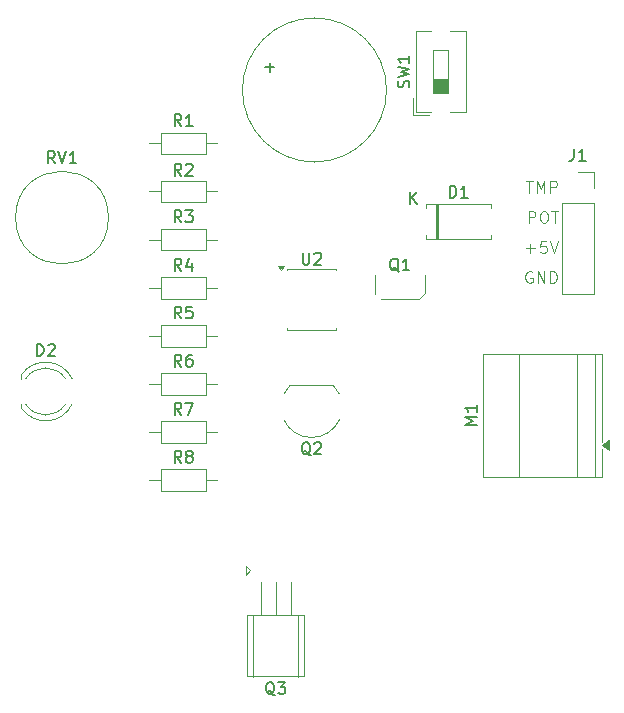
<source format=gbr>
%TF.GenerationSoftware,KiCad,Pcbnew,9.0.6*%
%TF.CreationDate,2025-12-24T19:30:20-05:00*%
%TF.ProjectId,tmp36 circuit,746d7033-3620-4636-9972-637569742e6b,rev?*%
%TF.SameCoordinates,Original*%
%TF.FileFunction,Legend,Top*%
%TF.FilePolarity,Positive*%
%FSLAX46Y46*%
G04 Gerber Fmt 4.6, Leading zero omitted, Abs format (unit mm)*
G04 Created by KiCad (PCBNEW 9.0.6) date 2025-12-24 19:30:20*
%MOMM*%
%LPD*%
G01*
G04 APERTURE LIST*
%ADD10C,0.100000*%
%ADD11C,0.150000*%
%ADD12C,0.120000*%
G04 APERTURE END LIST*
D10*
X168927693Y-86659538D02*
X168832455Y-86611919D01*
X168832455Y-86611919D02*
X168689598Y-86611919D01*
X168689598Y-86611919D02*
X168546741Y-86659538D01*
X168546741Y-86659538D02*
X168451503Y-86754776D01*
X168451503Y-86754776D02*
X168403884Y-86850014D01*
X168403884Y-86850014D02*
X168356265Y-87040490D01*
X168356265Y-87040490D02*
X168356265Y-87183347D01*
X168356265Y-87183347D02*
X168403884Y-87373823D01*
X168403884Y-87373823D02*
X168451503Y-87469061D01*
X168451503Y-87469061D02*
X168546741Y-87564300D01*
X168546741Y-87564300D02*
X168689598Y-87611919D01*
X168689598Y-87611919D02*
X168784836Y-87611919D01*
X168784836Y-87611919D02*
X168927693Y-87564300D01*
X168927693Y-87564300D02*
X168975312Y-87516680D01*
X168975312Y-87516680D02*
X168975312Y-87183347D01*
X168975312Y-87183347D02*
X168784836Y-87183347D01*
X169403884Y-87611919D02*
X169403884Y-86611919D01*
X169403884Y-86611919D02*
X169975312Y-87611919D01*
X169975312Y-87611919D02*
X169975312Y-86611919D01*
X170451503Y-87611919D02*
X170451503Y-86611919D01*
X170451503Y-86611919D02*
X170689598Y-86611919D01*
X170689598Y-86611919D02*
X170832455Y-86659538D01*
X170832455Y-86659538D02*
X170927693Y-86754776D01*
X170927693Y-86754776D02*
X170975312Y-86850014D01*
X170975312Y-86850014D02*
X171022931Y-87040490D01*
X171022931Y-87040490D02*
X171022931Y-87183347D01*
X171022931Y-87183347D02*
X170975312Y-87373823D01*
X170975312Y-87373823D02*
X170927693Y-87469061D01*
X170927693Y-87469061D02*
X170832455Y-87564300D01*
X170832455Y-87564300D02*
X170689598Y-87611919D01*
X170689598Y-87611919D02*
X170451503Y-87611919D01*
X168641979Y-82518919D02*
X168641979Y-81518919D01*
X168641979Y-81518919D02*
X169022931Y-81518919D01*
X169022931Y-81518919D02*
X169118169Y-81566538D01*
X169118169Y-81566538D02*
X169165788Y-81614157D01*
X169165788Y-81614157D02*
X169213407Y-81709395D01*
X169213407Y-81709395D02*
X169213407Y-81852252D01*
X169213407Y-81852252D02*
X169165788Y-81947490D01*
X169165788Y-81947490D02*
X169118169Y-81995109D01*
X169118169Y-81995109D02*
X169022931Y-82042728D01*
X169022931Y-82042728D02*
X168641979Y-82042728D01*
X169832455Y-81518919D02*
X170022931Y-81518919D01*
X170022931Y-81518919D02*
X170118169Y-81566538D01*
X170118169Y-81566538D02*
X170213407Y-81661776D01*
X170213407Y-81661776D02*
X170261026Y-81852252D01*
X170261026Y-81852252D02*
X170261026Y-82185585D01*
X170261026Y-82185585D02*
X170213407Y-82376061D01*
X170213407Y-82376061D02*
X170118169Y-82471300D01*
X170118169Y-82471300D02*
X170022931Y-82518919D01*
X170022931Y-82518919D02*
X169832455Y-82518919D01*
X169832455Y-82518919D02*
X169737217Y-82471300D01*
X169737217Y-82471300D02*
X169641979Y-82376061D01*
X169641979Y-82376061D02*
X169594360Y-82185585D01*
X169594360Y-82185585D02*
X169594360Y-81852252D01*
X169594360Y-81852252D02*
X169641979Y-81661776D01*
X169641979Y-81661776D02*
X169737217Y-81566538D01*
X169737217Y-81566538D02*
X169832455Y-81518919D01*
X170546741Y-81518919D02*
X171118169Y-81518919D01*
X170832455Y-82518919D02*
X170832455Y-81518919D01*
X168403884Y-78972419D02*
X168975312Y-78972419D01*
X168689598Y-79972419D02*
X168689598Y-78972419D01*
X169308646Y-79972419D02*
X169308646Y-78972419D01*
X169308646Y-78972419D02*
X169641979Y-79686704D01*
X169641979Y-79686704D02*
X169975312Y-78972419D01*
X169975312Y-78972419D02*
X169975312Y-79972419D01*
X170451503Y-79972419D02*
X170451503Y-78972419D01*
X170451503Y-78972419D02*
X170832455Y-78972419D01*
X170832455Y-78972419D02*
X170927693Y-79020038D01*
X170927693Y-79020038D02*
X170975312Y-79067657D01*
X170975312Y-79067657D02*
X171022931Y-79162895D01*
X171022931Y-79162895D02*
X171022931Y-79305752D01*
X171022931Y-79305752D02*
X170975312Y-79400990D01*
X170975312Y-79400990D02*
X170927693Y-79448609D01*
X170927693Y-79448609D02*
X170832455Y-79496228D01*
X170832455Y-79496228D02*
X170451503Y-79496228D01*
X168403884Y-84684466D02*
X169165789Y-84684466D01*
X168784836Y-85065419D02*
X168784836Y-84303514D01*
X170118169Y-84065419D02*
X169641979Y-84065419D01*
X169641979Y-84065419D02*
X169594360Y-84541609D01*
X169594360Y-84541609D02*
X169641979Y-84493990D01*
X169641979Y-84493990D02*
X169737217Y-84446371D01*
X169737217Y-84446371D02*
X169975312Y-84446371D01*
X169975312Y-84446371D02*
X170070550Y-84493990D01*
X170070550Y-84493990D02*
X170118169Y-84541609D01*
X170118169Y-84541609D02*
X170165788Y-84636847D01*
X170165788Y-84636847D02*
X170165788Y-84874942D01*
X170165788Y-84874942D02*
X170118169Y-84970180D01*
X170118169Y-84970180D02*
X170070550Y-85017800D01*
X170070550Y-85017800D02*
X169975312Y-85065419D01*
X169975312Y-85065419D02*
X169737217Y-85065419D01*
X169737217Y-85065419D02*
X169641979Y-85017800D01*
X169641979Y-85017800D02*
X169594360Y-84970180D01*
X170451503Y-84065419D02*
X170784836Y-85065419D01*
X170784836Y-85065419D02*
X171118169Y-84065419D01*
D11*
X172466666Y-76264819D02*
X172466666Y-76979104D01*
X172466666Y-76979104D02*
X172419047Y-77121961D01*
X172419047Y-77121961D02*
X172323809Y-77217200D01*
X172323809Y-77217200D02*
X172180952Y-77264819D01*
X172180952Y-77264819D02*
X172085714Y-77264819D01*
X173466666Y-77264819D02*
X172895238Y-77264819D01*
X173180952Y-77264819D02*
X173180952Y-76264819D01*
X173180952Y-76264819D02*
X173085714Y-76407676D01*
X173085714Y-76407676D02*
X172990476Y-76502914D01*
X172990476Y-76502914D02*
X172895238Y-76550533D01*
X139233333Y-102834819D02*
X138900000Y-102358628D01*
X138661905Y-102834819D02*
X138661905Y-101834819D01*
X138661905Y-101834819D02*
X139042857Y-101834819D01*
X139042857Y-101834819D02*
X139138095Y-101882438D01*
X139138095Y-101882438D02*
X139185714Y-101930057D01*
X139185714Y-101930057D02*
X139233333Y-102025295D01*
X139233333Y-102025295D02*
X139233333Y-102168152D01*
X139233333Y-102168152D02*
X139185714Y-102263390D01*
X139185714Y-102263390D02*
X139138095Y-102311009D01*
X139138095Y-102311009D02*
X139042857Y-102358628D01*
X139042857Y-102358628D02*
X138661905Y-102358628D01*
X139804762Y-102263390D02*
X139709524Y-102215771D01*
X139709524Y-102215771D02*
X139661905Y-102168152D01*
X139661905Y-102168152D02*
X139614286Y-102072914D01*
X139614286Y-102072914D02*
X139614286Y-102025295D01*
X139614286Y-102025295D02*
X139661905Y-101930057D01*
X139661905Y-101930057D02*
X139709524Y-101882438D01*
X139709524Y-101882438D02*
X139804762Y-101834819D01*
X139804762Y-101834819D02*
X139995238Y-101834819D01*
X139995238Y-101834819D02*
X140090476Y-101882438D01*
X140090476Y-101882438D02*
X140138095Y-101930057D01*
X140138095Y-101930057D02*
X140185714Y-102025295D01*
X140185714Y-102025295D02*
X140185714Y-102072914D01*
X140185714Y-102072914D02*
X140138095Y-102168152D01*
X140138095Y-102168152D02*
X140090476Y-102215771D01*
X140090476Y-102215771D02*
X139995238Y-102263390D01*
X139995238Y-102263390D02*
X139804762Y-102263390D01*
X139804762Y-102263390D02*
X139709524Y-102311009D01*
X139709524Y-102311009D02*
X139661905Y-102358628D01*
X139661905Y-102358628D02*
X139614286Y-102453866D01*
X139614286Y-102453866D02*
X139614286Y-102644342D01*
X139614286Y-102644342D02*
X139661905Y-102739580D01*
X139661905Y-102739580D02*
X139709524Y-102787200D01*
X139709524Y-102787200D02*
X139804762Y-102834819D01*
X139804762Y-102834819D02*
X139995238Y-102834819D01*
X139995238Y-102834819D02*
X140090476Y-102787200D01*
X140090476Y-102787200D02*
X140138095Y-102739580D01*
X140138095Y-102739580D02*
X140185714Y-102644342D01*
X140185714Y-102644342D02*
X140185714Y-102453866D01*
X140185714Y-102453866D02*
X140138095Y-102358628D01*
X140138095Y-102358628D02*
X140090476Y-102311009D01*
X140090476Y-102311009D02*
X139995238Y-102263390D01*
X164244819Y-99614523D02*
X163244819Y-99614523D01*
X163244819Y-99614523D02*
X163959104Y-99281190D01*
X163959104Y-99281190D02*
X163244819Y-98947857D01*
X163244819Y-98947857D02*
X164244819Y-98947857D01*
X164244819Y-97947857D02*
X164244819Y-98519285D01*
X164244819Y-98233571D02*
X163244819Y-98233571D01*
X163244819Y-98233571D02*
X163387676Y-98328809D01*
X163387676Y-98328809D02*
X163482914Y-98424047D01*
X163482914Y-98424047D02*
X163530533Y-98519285D01*
X158497200Y-71058332D02*
X158544819Y-70915475D01*
X158544819Y-70915475D02*
X158544819Y-70677380D01*
X158544819Y-70677380D02*
X158497200Y-70582142D01*
X158497200Y-70582142D02*
X158449580Y-70534523D01*
X158449580Y-70534523D02*
X158354342Y-70486904D01*
X158354342Y-70486904D02*
X158259104Y-70486904D01*
X158259104Y-70486904D02*
X158163866Y-70534523D01*
X158163866Y-70534523D02*
X158116247Y-70582142D01*
X158116247Y-70582142D02*
X158068628Y-70677380D01*
X158068628Y-70677380D02*
X158021009Y-70867856D01*
X158021009Y-70867856D02*
X157973390Y-70963094D01*
X157973390Y-70963094D02*
X157925771Y-71010713D01*
X157925771Y-71010713D02*
X157830533Y-71058332D01*
X157830533Y-71058332D02*
X157735295Y-71058332D01*
X157735295Y-71058332D02*
X157640057Y-71010713D01*
X157640057Y-71010713D02*
X157592438Y-70963094D01*
X157592438Y-70963094D02*
X157544819Y-70867856D01*
X157544819Y-70867856D02*
X157544819Y-70629761D01*
X157544819Y-70629761D02*
X157592438Y-70486904D01*
X157544819Y-70153570D02*
X158544819Y-69915475D01*
X158544819Y-69915475D02*
X157830533Y-69724999D01*
X157830533Y-69724999D02*
X158544819Y-69534523D01*
X158544819Y-69534523D02*
X157544819Y-69296428D01*
X158544819Y-68391666D02*
X158544819Y-68963094D01*
X158544819Y-68677380D02*
X157544819Y-68677380D01*
X157544819Y-68677380D02*
X157687676Y-68772618D01*
X157687676Y-68772618D02*
X157782914Y-68867856D01*
X157782914Y-68867856D02*
X157830533Y-68963094D01*
X161951905Y-80384819D02*
X161951905Y-79384819D01*
X161951905Y-79384819D02*
X162190000Y-79384819D01*
X162190000Y-79384819D02*
X162332857Y-79432438D01*
X162332857Y-79432438D02*
X162428095Y-79527676D01*
X162428095Y-79527676D02*
X162475714Y-79622914D01*
X162475714Y-79622914D02*
X162523333Y-79813390D01*
X162523333Y-79813390D02*
X162523333Y-79956247D01*
X162523333Y-79956247D02*
X162475714Y-80146723D01*
X162475714Y-80146723D02*
X162428095Y-80241961D01*
X162428095Y-80241961D02*
X162332857Y-80337200D01*
X162332857Y-80337200D02*
X162190000Y-80384819D01*
X162190000Y-80384819D02*
X161951905Y-80384819D01*
X163475714Y-80384819D02*
X162904286Y-80384819D01*
X163190000Y-80384819D02*
X163190000Y-79384819D01*
X163190000Y-79384819D02*
X163094762Y-79527676D01*
X163094762Y-79527676D02*
X162999524Y-79622914D01*
X162999524Y-79622914D02*
X162904286Y-79670533D01*
X158618095Y-80954819D02*
X158618095Y-79954819D01*
X159189523Y-80954819D02*
X158760952Y-80383390D01*
X159189523Y-79954819D02*
X158618095Y-80526247D01*
X139233333Y-98763390D02*
X138900000Y-98287199D01*
X138661905Y-98763390D02*
X138661905Y-97763390D01*
X138661905Y-97763390D02*
X139042857Y-97763390D01*
X139042857Y-97763390D02*
X139138095Y-97811009D01*
X139138095Y-97811009D02*
X139185714Y-97858628D01*
X139185714Y-97858628D02*
X139233333Y-97953866D01*
X139233333Y-97953866D02*
X139233333Y-98096723D01*
X139233333Y-98096723D02*
X139185714Y-98191961D01*
X139185714Y-98191961D02*
X139138095Y-98239580D01*
X139138095Y-98239580D02*
X139042857Y-98287199D01*
X139042857Y-98287199D02*
X138661905Y-98287199D01*
X139566667Y-97763390D02*
X140233333Y-97763390D01*
X140233333Y-97763390D02*
X139804762Y-98763390D01*
X139233333Y-74334819D02*
X138900000Y-73858628D01*
X138661905Y-74334819D02*
X138661905Y-73334819D01*
X138661905Y-73334819D02*
X139042857Y-73334819D01*
X139042857Y-73334819D02*
X139138095Y-73382438D01*
X139138095Y-73382438D02*
X139185714Y-73430057D01*
X139185714Y-73430057D02*
X139233333Y-73525295D01*
X139233333Y-73525295D02*
X139233333Y-73668152D01*
X139233333Y-73668152D02*
X139185714Y-73763390D01*
X139185714Y-73763390D02*
X139138095Y-73811009D01*
X139138095Y-73811009D02*
X139042857Y-73858628D01*
X139042857Y-73858628D02*
X138661905Y-73858628D01*
X140185714Y-74334819D02*
X139614286Y-74334819D01*
X139900000Y-74334819D02*
X139900000Y-73334819D01*
X139900000Y-73334819D02*
X139804762Y-73477676D01*
X139804762Y-73477676D02*
X139709524Y-73572914D01*
X139709524Y-73572914D02*
X139614286Y-73620533D01*
X139233333Y-86569105D02*
X138900000Y-86092914D01*
X138661905Y-86569105D02*
X138661905Y-85569105D01*
X138661905Y-85569105D02*
X139042857Y-85569105D01*
X139042857Y-85569105D02*
X139138095Y-85616724D01*
X139138095Y-85616724D02*
X139185714Y-85664343D01*
X139185714Y-85664343D02*
X139233333Y-85759581D01*
X139233333Y-85759581D02*
X139233333Y-85902438D01*
X139233333Y-85902438D02*
X139185714Y-85997676D01*
X139185714Y-85997676D02*
X139138095Y-86045295D01*
X139138095Y-86045295D02*
X139042857Y-86092914D01*
X139042857Y-86092914D02*
X138661905Y-86092914D01*
X140090476Y-85902438D02*
X140090476Y-86569105D01*
X139852381Y-85521486D02*
X139614286Y-86235771D01*
X139614286Y-86235771D02*
X140233333Y-86235771D01*
X126996905Y-93794819D02*
X126996905Y-92794819D01*
X126996905Y-92794819D02*
X127235000Y-92794819D01*
X127235000Y-92794819D02*
X127377857Y-92842438D01*
X127377857Y-92842438D02*
X127473095Y-92937676D01*
X127473095Y-92937676D02*
X127520714Y-93032914D01*
X127520714Y-93032914D02*
X127568333Y-93223390D01*
X127568333Y-93223390D02*
X127568333Y-93366247D01*
X127568333Y-93366247D02*
X127520714Y-93556723D01*
X127520714Y-93556723D02*
X127473095Y-93651961D01*
X127473095Y-93651961D02*
X127377857Y-93747200D01*
X127377857Y-93747200D02*
X127235000Y-93794819D01*
X127235000Y-93794819D02*
X126996905Y-93794819D01*
X127949286Y-92890057D02*
X127996905Y-92842438D01*
X127996905Y-92842438D02*
X128092143Y-92794819D01*
X128092143Y-92794819D02*
X128330238Y-92794819D01*
X128330238Y-92794819D02*
X128425476Y-92842438D01*
X128425476Y-92842438D02*
X128473095Y-92890057D01*
X128473095Y-92890057D02*
X128520714Y-92985295D01*
X128520714Y-92985295D02*
X128520714Y-93080533D01*
X128520714Y-93080533D02*
X128473095Y-93223390D01*
X128473095Y-93223390D02*
X127901667Y-93794819D01*
X127901667Y-93794819D02*
X128520714Y-93794819D01*
X139233333Y-82477676D02*
X138900000Y-82001485D01*
X138661905Y-82477676D02*
X138661905Y-81477676D01*
X138661905Y-81477676D02*
X139042857Y-81477676D01*
X139042857Y-81477676D02*
X139138095Y-81525295D01*
X139138095Y-81525295D02*
X139185714Y-81572914D01*
X139185714Y-81572914D02*
X139233333Y-81668152D01*
X139233333Y-81668152D02*
X139233333Y-81811009D01*
X139233333Y-81811009D02*
X139185714Y-81906247D01*
X139185714Y-81906247D02*
X139138095Y-81953866D01*
X139138095Y-81953866D02*
X139042857Y-82001485D01*
X139042857Y-82001485D02*
X138661905Y-82001485D01*
X139566667Y-81477676D02*
X140185714Y-81477676D01*
X140185714Y-81477676D02*
X139852381Y-81858628D01*
X139852381Y-81858628D02*
X139995238Y-81858628D01*
X139995238Y-81858628D02*
X140090476Y-81906247D01*
X140090476Y-81906247D02*
X140138095Y-81953866D01*
X140138095Y-81953866D02*
X140185714Y-82049104D01*
X140185714Y-82049104D02*
X140185714Y-82287199D01*
X140185714Y-82287199D02*
X140138095Y-82382437D01*
X140138095Y-82382437D02*
X140090476Y-82430057D01*
X140090476Y-82430057D02*
X139995238Y-82477676D01*
X139995238Y-82477676D02*
X139709524Y-82477676D01*
X139709524Y-82477676D02*
X139614286Y-82430057D01*
X139614286Y-82430057D02*
X139566667Y-82382437D01*
X139233333Y-94691962D02*
X138900000Y-94215771D01*
X138661905Y-94691962D02*
X138661905Y-93691962D01*
X138661905Y-93691962D02*
X139042857Y-93691962D01*
X139042857Y-93691962D02*
X139138095Y-93739581D01*
X139138095Y-93739581D02*
X139185714Y-93787200D01*
X139185714Y-93787200D02*
X139233333Y-93882438D01*
X139233333Y-93882438D02*
X139233333Y-94025295D01*
X139233333Y-94025295D02*
X139185714Y-94120533D01*
X139185714Y-94120533D02*
X139138095Y-94168152D01*
X139138095Y-94168152D02*
X139042857Y-94215771D01*
X139042857Y-94215771D02*
X138661905Y-94215771D01*
X140090476Y-93691962D02*
X139900000Y-93691962D01*
X139900000Y-93691962D02*
X139804762Y-93739581D01*
X139804762Y-93739581D02*
X139757143Y-93787200D01*
X139757143Y-93787200D02*
X139661905Y-93930057D01*
X139661905Y-93930057D02*
X139614286Y-94120533D01*
X139614286Y-94120533D02*
X139614286Y-94501485D01*
X139614286Y-94501485D02*
X139661905Y-94596723D01*
X139661905Y-94596723D02*
X139709524Y-94644343D01*
X139709524Y-94644343D02*
X139804762Y-94691962D01*
X139804762Y-94691962D02*
X139995238Y-94691962D01*
X139995238Y-94691962D02*
X140090476Y-94644343D01*
X140090476Y-94644343D02*
X140138095Y-94596723D01*
X140138095Y-94596723D02*
X140185714Y-94501485D01*
X140185714Y-94501485D02*
X140185714Y-94263390D01*
X140185714Y-94263390D02*
X140138095Y-94168152D01*
X140138095Y-94168152D02*
X140090476Y-94120533D01*
X140090476Y-94120533D02*
X139995238Y-94072914D01*
X139995238Y-94072914D02*
X139804762Y-94072914D01*
X139804762Y-94072914D02*
X139709524Y-94120533D01*
X139709524Y-94120533D02*
X139661905Y-94168152D01*
X139661905Y-94168152D02*
X139614286Y-94263390D01*
X157639761Y-86650057D02*
X157544523Y-86602438D01*
X157544523Y-86602438D02*
X157449285Y-86507200D01*
X157449285Y-86507200D02*
X157306428Y-86364342D01*
X157306428Y-86364342D02*
X157211190Y-86316723D01*
X157211190Y-86316723D02*
X157115952Y-86316723D01*
X157163571Y-86554819D02*
X157068333Y-86507200D01*
X157068333Y-86507200D02*
X156973095Y-86411961D01*
X156973095Y-86411961D02*
X156925476Y-86221485D01*
X156925476Y-86221485D02*
X156925476Y-85888152D01*
X156925476Y-85888152D02*
X156973095Y-85697676D01*
X156973095Y-85697676D02*
X157068333Y-85602438D01*
X157068333Y-85602438D02*
X157163571Y-85554819D01*
X157163571Y-85554819D02*
X157354047Y-85554819D01*
X157354047Y-85554819D02*
X157449285Y-85602438D01*
X157449285Y-85602438D02*
X157544523Y-85697676D01*
X157544523Y-85697676D02*
X157592142Y-85888152D01*
X157592142Y-85888152D02*
X157592142Y-86221485D01*
X157592142Y-86221485D02*
X157544523Y-86411961D01*
X157544523Y-86411961D02*
X157449285Y-86507200D01*
X157449285Y-86507200D02*
X157354047Y-86554819D01*
X157354047Y-86554819D02*
X157163571Y-86554819D01*
X158544523Y-86554819D02*
X157973095Y-86554819D01*
X158258809Y-86554819D02*
X158258809Y-85554819D01*
X158258809Y-85554819D02*
X158163571Y-85697676D01*
X158163571Y-85697676D02*
X158068333Y-85792914D01*
X158068333Y-85792914D02*
X157973095Y-85840533D01*
X139233333Y-90620533D02*
X138900000Y-90144342D01*
X138661905Y-90620533D02*
X138661905Y-89620533D01*
X138661905Y-89620533D02*
X139042857Y-89620533D01*
X139042857Y-89620533D02*
X139138095Y-89668152D01*
X139138095Y-89668152D02*
X139185714Y-89715771D01*
X139185714Y-89715771D02*
X139233333Y-89811009D01*
X139233333Y-89811009D02*
X139233333Y-89953866D01*
X139233333Y-89953866D02*
X139185714Y-90049104D01*
X139185714Y-90049104D02*
X139138095Y-90096723D01*
X139138095Y-90096723D02*
X139042857Y-90144342D01*
X139042857Y-90144342D02*
X138661905Y-90144342D01*
X140138095Y-89620533D02*
X139661905Y-89620533D01*
X139661905Y-89620533D02*
X139614286Y-90096723D01*
X139614286Y-90096723D02*
X139661905Y-90049104D01*
X139661905Y-90049104D02*
X139757143Y-90001485D01*
X139757143Y-90001485D02*
X139995238Y-90001485D01*
X139995238Y-90001485D02*
X140090476Y-90049104D01*
X140090476Y-90049104D02*
X140138095Y-90096723D01*
X140138095Y-90096723D02*
X140185714Y-90191961D01*
X140185714Y-90191961D02*
X140185714Y-90430056D01*
X140185714Y-90430056D02*
X140138095Y-90525294D01*
X140138095Y-90525294D02*
X140090476Y-90572914D01*
X140090476Y-90572914D02*
X139995238Y-90620533D01*
X139995238Y-90620533D02*
X139757143Y-90620533D01*
X139757143Y-90620533D02*
X139661905Y-90572914D01*
X139661905Y-90572914D02*
X139614286Y-90525294D01*
X150164761Y-102210057D02*
X150069523Y-102162438D01*
X150069523Y-102162438D02*
X149974285Y-102067200D01*
X149974285Y-102067200D02*
X149831428Y-101924342D01*
X149831428Y-101924342D02*
X149736190Y-101876723D01*
X149736190Y-101876723D02*
X149640952Y-101876723D01*
X149688571Y-102114819D02*
X149593333Y-102067200D01*
X149593333Y-102067200D02*
X149498095Y-101971961D01*
X149498095Y-101971961D02*
X149450476Y-101781485D01*
X149450476Y-101781485D02*
X149450476Y-101448152D01*
X149450476Y-101448152D02*
X149498095Y-101257676D01*
X149498095Y-101257676D02*
X149593333Y-101162438D01*
X149593333Y-101162438D02*
X149688571Y-101114819D01*
X149688571Y-101114819D02*
X149879047Y-101114819D01*
X149879047Y-101114819D02*
X149974285Y-101162438D01*
X149974285Y-101162438D02*
X150069523Y-101257676D01*
X150069523Y-101257676D02*
X150117142Y-101448152D01*
X150117142Y-101448152D02*
X150117142Y-101781485D01*
X150117142Y-101781485D02*
X150069523Y-101971961D01*
X150069523Y-101971961D02*
X149974285Y-102067200D01*
X149974285Y-102067200D02*
X149879047Y-102114819D01*
X149879047Y-102114819D02*
X149688571Y-102114819D01*
X150498095Y-101210057D02*
X150545714Y-101162438D01*
X150545714Y-101162438D02*
X150640952Y-101114819D01*
X150640952Y-101114819D02*
X150879047Y-101114819D01*
X150879047Y-101114819D02*
X150974285Y-101162438D01*
X150974285Y-101162438D02*
X151021904Y-101210057D01*
X151021904Y-101210057D02*
X151069523Y-101305295D01*
X151069523Y-101305295D02*
X151069523Y-101400533D01*
X151069523Y-101400533D02*
X151021904Y-101543390D01*
X151021904Y-101543390D02*
X150450476Y-102114819D01*
X150450476Y-102114819D02*
X151069523Y-102114819D01*
X147122261Y-122513057D02*
X147027023Y-122465438D01*
X147027023Y-122465438D02*
X146931785Y-122370200D01*
X146931785Y-122370200D02*
X146788928Y-122227342D01*
X146788928Y-122227342D02*
X146693690Y-122179723D01*
X146693690Y-122179723D02*
X146598452Y-122179723D01*
X146646071Y-122417819D02*
X146550833Y-122370200D01*
X146550833Y-122370200D02*
X146455595Y-122274961D01*
X146455595Y-122274961D02*
X146407976Y-122084485D01*
X146407976Y-122084485D02*
X146407976Y-121751152D01*
X146407976Y-121751152D02*
X146455595Y-121560676D01*
X146455595Y-121560676D02*
X146550833Y-121465438D01*
X146550833Y-121465438D02*
X146646071Y-121417819D01*
X146646071Y-121417819D02*
X146836547Y-121417819D01*
X146836547Y-121417819D02*
X146931785Y-121465438D01*
X146931785Y-121465438D02*
X147027023Y-121560676D01*
X147027023Y-121560676D02*
X147074642Y-121751152D01*
X147074642Y-121751152D02*
X147074642Y-122084485D01*
X147074642Y-122084485D02*
X147027023Y-122274961D01*
X147027023Y-122274961D02*
X146931785Y-122370200D01*
X146931785Y-122370200D02*
X146836547Y-122417819D01*
X146836547Y-122417819D02*
X146646071Y-122417819D01*
X147407976Y-121417819D02*
X148027023Y-121417819D01*
X148027023Y-121417819D02*
X147693690Y-121798771D01*
X147693690Y-121798771D02*
X147836547Y-121798771D01*
X147836547Y-121798771D02*
X147931785Y-121846390D01*
X147931785Y-121846390D02*
X147979404Y-121894009D01*
X147979404Y-121894009D02*
X148027023Y-121989247D01*
X148027023Y-121989247D02*
X148027023Y-122227342D01*
X148027023Y-122227342D02*
X147979404Y-122322580D01*
X147979404Y-122322580D02*
X147931785Y-122370200D01*
X147931785Y-122370200D02*
X147836547Y-122417819D01*
X147836547Y-122417819D02*
X147550833Y-122417819D01*
X147550833Y-122417819D02*
X147455595Y-122370200D01*
X147455595Y-122370200D02*
X147407976Y-122322580D01*
X139233333Y-78526248D02*
X138900000Y-78050057D01*
X138661905Y-78526248D02*
X138661905Y-77526248D01*
X138661905Y-77526248D02*
X139042857Y-77526248D01*
X139042857Y-77526248D02*
X139138095Y-77573867D01*
X139138095Y-77573867D02*
X139185714Y-77621486D01*
X139185714Y-77621486D02*
X139233333Y-77716724D01*
X139233333Y-77716724D02*
X139233333Y-77859581D01*
X139233333Y-77859581D02*
X139185714Y-77954819D01*
X139185714Y-77954819D02*
X139138095Y-78002438D01*
X139138095Y-78002438D02*
X139042857Y-78050057D01*
X139042857Y-78050057D02*
X138661905Y-78050057D01*
X139614286Y-77621486D02*
X139661905Y-77573867D01*
X139661905Y-77573867D02*
X139757143Y-77526248D01*
X139757143Y-77526248D02*
X139995238Y-77526248D01*
X139995238Y-77526248D02*
X140090476Y-77573867D01*
X140090476Y-77573867D02*
X140138095Y-77621486D01*
X140138095Y-77621486D02*
X140185714Y-77716724D01*
X140185714Y-77716724D02*
X140185714Y-77811962D01*
X140185714Y-77811962D02*
X140138095Y-77954819D01*
X140138095Y-77954819D02*
X139566667Y-78526248D01*
X139566667Y-78526248D02*
X140185714Y-78526248D01*
X146319048Y-69348866D02*
X147080953Y-69348866D01*
X146700000Y-69729819D02*
X146700000Y-68967914D01*
X128529761Y-77479819D02*
X128196428Y-77003628D01*
X127958333Y-77479819D02*
X127958333Y-76479819D01*
X127958333Y-76479819D02*
X128339285Y-76479819D01*
X128339285Y-76479819D02*
X128434523Y-76527438D01*
X128434523Y-76527438D02*
X128482142Y-76575057D01*
X128482142Y-76575057D02*
X128529761Y-76670295D01*
X128529761Y-76670295D02*
X128529761Y-76813152D01*
X128529761Y-76813152D02*
X128482142Y-76908390D01*
X128482142Y-76908390D02*
X128434523Y-76956009D01*
X128434523Y-76956009D02*
X128339285Y-77003628D01*
X128339285Y-77003628D02*
X127958333Y-77003628D01*
X128815476Y-76479819D02*
X129148809Y-77479819D01*
X129148809Y-77479819D02*
X129482142Y-76479819D01*
X130339285Y-77479819D02*
X129767857Y-77479819D01*
X130053571Y-77479819D02*
X130053571Y-76479819D01*
X130053571Y-76479819D02*
X129958333Y-76622676D01*
X129958333Y-76622676D02*
X129863095Y-76717914D01*
X129863095Y-76717914D02*
X129767857Y-76765533D01*
X149488095Y-85054819D02*
X149488095Y-85864342D01*
X149488095Y-85864342D02*
X149535714Y-85959580D01*
X149535714Y-85959580D02*
X149583333Y-86007200D01*
X149583333Y-86007200D02*
X149678571Y-86054819D01*
X149678571Y-86054819D02*
X149869047Y-86054819D01*
X149869047Y-86054819D02*
X149964285Y-86007200D01*
X149964285Y-86007200D02*
X150011904Y-85959580D01*
X150011904Y-85959580D02*
X150059523Y-85864342D01*
X150059523Y-85864342D02*
X150059523Y-85054819D01*
X150488095Y-85150057D02*
X150535714Y-85102438D01*
X150535714Y-85102438D02*
X150630952Y-85054819D01*
X150630952Y-85054819D02*
X150869047Y-85054819D01*
X150869047Y-85054819D02*
X150964285Y-85102438D01*
X150964285Y-85102438D02*
X151011904Y-85150057D01*
X151011904Y-85150057D02*
X151059523Y-85245295D01*
X151059523Y-85245295D02*
X151059523Y-85340533D01*
X151059523Y-85340533D02*
X151011904Y-85483390D01*
X151011904Y-85483390D02*
X150440476Y-86054819D01*
X150440476Y-86054819D02*
X151059523Y-86054819D01*
D12*
%TO.C,J1*%
X174130000Y-80850000D02*
X174130000Y-88530000D01*
X174130000Y-78250000D02*
X174130000Y-79580000D01*
X172800000Y-78250000D02*
X174130000Y-78250000D01*
X171470000Y-88530000D02*
X174130000Y-88530000D01*
X171470000Y-80850000D02*
X174130000Y-80850000D01*
X171470000Y-80850000D02*
X171470000Y-88530000D01*
%TO.C,R8*%
X136530000Y-104300000D02*
X137480000Y-104300000D01*
X142270000Y-104300000D02*
X141320000Y-104300000D01*
X137480000Y-103380000D02*
X141320000Y-103380000D01*
X141320000Y-105220000D01*
X137480000Y-105220000D01*
X137480000Y-103380000D01*
%TO.C,M1*%
X164790000Y-93605000D02*
X174830000Y-93605000D01*
X164790000Y-104005000D02*
X164790000Y-93605000D01*
X167810000Y-104005000D02*
X167810000Y-93605000D01*
X172710000Y-104005000D02*
X172710000Y-93605000D01*
X174210000Y-104005000D02*
X174210000Y-93605000D01*
X174830000Y-93605000D02*
X174830000Y-101045000D01*
X174830000Y-101645000D02*
X174830000Y-104005000D01*
X174830000Y-104005000D02*
X164790000Y-104005000D01*
X175440000Y-101785000D02*
X174830000Y-101345000D01*
X175440000Y-100905000D01*
X175440000Y-101785000D01*
G36*
X175440000Y-101785000D02*
G01*
X174830000Y-101345000D01*
X175440000Y-100905000D01*
X175440000Y-101785000D01*
G37*
%TO.C,SW1*%
X158850000Y-73375000D02*
X158850000Y-71992000D01*
X158850000Y-73375000D02*
X160233000Y-73375000D01*
X159090000Y-66315000D02*
X160400000Y-66315000D01*
X159090000Y-73135000D02*
X159090000Y-66315000D01*
X159090000Y-73135000D02*
X160400000Y-73135000D01*
X160565000Y-70328333D02*
X161835000Y-70328333D01*
X162000000Y-66315000D02*
X163310000Y-66315000D01*
X162000000Y-73135000D02*
X163310000Y-73135000D01*
X163310000Y-73135000D02*
X163310000Y-66315000D01*
X160565000Y-71535000D02*
X161835000Y-71535000D01*
X161835000Y-67915000D01*
X160565000Y-67915000D01*
X160565000Y-71535000D01*
X160565000Y-71535000D02*
X161835000Y-71535000D01*
X161835000Y-70328333D01*
X160565000Y-70328333D01*
X160565000Y-71535000D01*
G36*
X160565000Y-71535000D02*
G01*
X161835000Y-71535000D01*
X161835000Y-70328333D01*
X160565000Y-70328333D01*
X160565000Y-71535000D01*
G37*
%TO.C,D1*%
X159970000Y-80930000D02*
X165410000Y-80930000D01*
X159970000Y-81260000D02*
X159970000Y-80930000D01*
X159970000Y-83540000D02*
X159970000Y-83870000D01*
X159970000Y-83870000D02*
X165410000Y-83870000D01*
X160750000Y-80930000D02*
X160750000Y-83870000D01*
X160870000Y-80930000D02*
X160870000Y-83870000D01*
X160990000Y-80930000D02*
X160990000Y-83870000D01*
X165410000Y-80930000D02*
X165410000Y-81260000D01*
X165410000Y-83870000D02*
X165410000Y-83540000D01*
%TO.C,R7*%
X136530000Y-100228571D02*
X137480000Y-100228571D01*
X142270000Y-100228571D02*
X141320000Y-100228571D01*
X137480000Y-99308571D02*
X141320000Y-99308571D01*
X141320000Y-101148571D01*
X137480000Y-101148571D01*
X137480000Y-99308571D01*
%TO.C,R1*%
X136530000Y-75800000D02*
X137480000Y-75800000D01*
X142270000Y-75800000D02*
X141320000Y-75800000D01*
X137480000Y-74880000D02*
X141320000Y-74880000D01*
X141320000Y-76720000D01*
X137480000Y-76720000D01*
X137480000Y-74880000D01*
%TO.C,R4*%
X136530000Y-88014286D02*
X137480000Y-88014286D01*
X142270000Y-88014286D02*
X141320000Y-88014286D01*
X141320000Y-88934286D02*
X137480000Y-88934286D01*
X137480000Y-87094286D01*
X141320000Y-87094286D01*
X141320000Y-88934286D01*
%TO.C,D2*%
X125675000Y-95401000D02*
X125675000Y-95720000D01*
X125675000Y-97880000D02*
X125675000Y-98199000D01*
X125675000Y-95401251D02*
G75*
G02*
X129978591Y-95720000I2060000J-1398749D01*
G01*
X126051670Y-95720000D02*
G75*
G02*
X129418330Y-95720000I1683330J-1080000D01*
G01*
X129418330Y-97880000D02*
G75*
G02*
X126051670Y-97880000I-1683330J1080000D01*
G01*
X129978591Y-97880000D02*
G75*
G02*
X125675000Y-98198749I-2243591J1080000D01*
G01*
%TO.C,R3*%
X136530000Y-83942857D02*
X137480000Y-83942857D01*
X142270000Y-83942857D02*
X141320000Y-83942857D01*
X137480000Y-83022857D02*
X141320000Y-83022857D01*
X141320000Y-84862857D01*
X137480000Y-84862857D01*
X137480000Y-83022857D01*
%TO.C,R6*%
X136530000Y-96157143D02*
X137480000Y-96157143D01*
X142270000Y-96157143D02*
X141320000Y-96157143D01*
X137480000Y-95237143D02*
X141320000Y-95237143D01*
X141320000Y-97077143D01*
X137480000Y-97077143D01*
X137480000Y-95237143D01*
%TO.C,Q1*%
X155625000Y-86940000D02*
X155625000Y-88530000D01*
X156110000Y-89010000D02*
X159330000Y-89010000D01*
X159330000Y-89010000D02*
X159835000Y-88503950D01*
X159835000Y-88500000D02*
X159835000Y-86940000D01*
%TO.C,R5*%
X136530000Y-92085714D02*
X137480000Y-92085714D01*
X142270000Y-92085714D02*
X141320000Y-92085714D01*
X137480000Y-91165714D02*
X141320000Y-91165714D01*
X141320000Y-93005714D01*
X137480000Y-93005714D01*
X137480000Y-91165714D01*
%TO.C,Q2*%
X152060000Y-96250000D02*
X148460000Y-96250000D01*
X147935816Y-96977205D02*
G75*
G02*
X148460000Y-96250000I2324184J-1122795D01*
G01*
X150260000Y-100700000D02*
G75*
G02*
X147903600Y-99198807I0J2600000D01*
G01*
X152060000Y-96250000D02*
G75*
G02*
X152584184Y-96977205I-1800000J-1850000D01*
G01*
X152616400Y-99198807D02*
G75*
G02*
X150260000Y-100700000I-2356400J1098807D01*
G01*
%TO.C,Q3*%
X144677500Y-111549000D02*
X144677500Y-112311000D01*
X144677500Y-112311000D02*
X145058500Y-111930000D01*
X144817500Y-115740000D02*
X149617500Y-115740000D01*
X144817500Y-120930000D02*
X144817500Y-115740000D01*
X145058500Y-111930000D02*
X144677500Y-111549000D01*
X145312500Y-115740000D02*
X145312500Y-120947000D01*
X145947500Y-112950000D02*
X145947500Y-115740000D01*
X147217500Y-112950000D02*
X147217500Y-115740000D01*
X148487500Y-112950000D02*
X148487500Y-115740000D01*
X149122500Y-115740000D02*
X149122500Y-120947000D01*
X149617500Y-115740000D02*
X149617500Y-120930000D01*
X149617500Y-120930000D02*
X144817500Y-120930000D01*
%TO.C,R2*%
X136530000Y-79871429D02*
X137480000Y-79871429D01*
X142270000Y-79871429D02*
X141320000Y-79871429D01*
X141320000Y-80791429D02*
X137480000Y-80791429D01*
X137480000Y-78951429D01*
X141320000Y-78951429D01*
X141320000Y-80791429D01*
%TO.C,BZ1*%
X156600000Y-71275000D02*
G75*
G02*
X144400000Y-71275000I-6100000J0D01*
G01*
X144400000Y-71275000D02*
G75*
G02*
X156600000Y-71275000I6100000J0D01*
G01*
%TO.C,RV1*%
X133055000Y-82085000D02*
G75*
G02*
X125195000Y-82085000I-3930000J0D01*
G01*
X125195000Y-82085000D02*
G75*
G02*
X133055000Y-82085000I3930000J0D01*
G01*
%TO.C,U2*%
X148190000Y-86440000D02*
X152310000Y-86440000D01*
X148190000Y-86535000D02*
X148190000Y-86440000D01*
X148190000Y-91560000D02*
X148190000Y-91465000D01*
X152310000Y-86440000D02*
X152310000Y-86535000D01*
X152310000Y-91465000D02*
X152310000Y-91560000D01*
X152310000Y-91560000D02*
X148190000Y-91560000D01*
X147650000Y-86530000D02*
X147410000Y-86200000D01*
X147890000Y-86200000D01*
X147650000Y-86530000D01*
G36*
X147650000Y-86530000D02*
G01*
X147410000Y-86200000D01*
X147890000Y-86200000D01*
X147650000Y-86530000D01*
G37*
%TD*%
M02*

</source>
